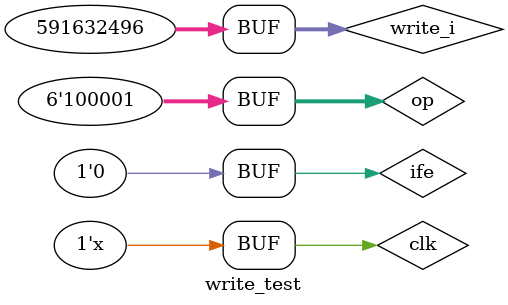
<source format=v>
`timescale 1ns / 1ps


module write_test();

reg clk;

initial
begin
    clk = 0; 
end

always
begin
    #10 clk<=~clk;
end
	
reg ife;
reg [5:0]op;
reg [31:0]write_i;	

initial
begin
	ife = 0;
	op = 6'b10_0001;
	write_i = 32'h2343_9870;
end	

wire reg_update;
wire [31:0]reg_new;
wire pc_update;
wire [31:0]pc_new;

write write_test(ife,op,write_i,reg_update,reg_new,pc_update,pc_new);

endmodule

</source>
